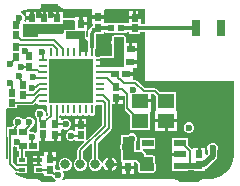
<source format=gtl>
%TF.GenerationSoftware,Altium Limited,Altium Designer,24.5.2 (23)*%
G04 Layer_Physical_Order=1*
G04 Layer_Color=255*
%FSLAX45Y45*%
%MOMM*%
%TF.SameCoordinates,384E1868-2758-46BA-9D19-E3ED856206BE*%
%TF.FilePolarity,Positive*%
%TF.FileFunction,Copper,L1,Top,Signal*%
%TF.Part,Single*%
G01*
G75*
%TA.AperFunction,Conductor*%
%ADD10C,0.35000*%
%TA.AperFunction,SMDPad,CuDef*%
%ADD11R,0.62000X0.70000*%
%ADD12R,0.50000X0.30000*%
%ADD13R,0.65000X0.55000*%
%ADD14R,0.74000X1.47000*%
%ADD15R,0.70000X0.62000*%
%ADD16R,0.62000X0.59000*%
%ADD17R,0.59000X0.62000*%
%ADD18R,0.55000X0.65000*%
%ADD19R,1.00000X0.60000*%
%ADD20R,1.40000X1.20000*%
%ADD21O,0.25000X0.80000*%
%ADD22O,0.80000X0.25000*%
%ADD23R,3.70000X3.70000*%
%TA.AperFunction,Conductor*%
%ADD24C,0.15000*%
%ADD25C,0.50000*%
%TA.AperFunction,ComponentPad*%
%ADD26C,0.80000*%
%TA.AperFunction,ViaPad*%
%ADD27C,0.60000*%
%ADD28C,0.50000*%
G36*
X979747Y1509974D02*
X986378Y1500050D01*
X1000444Y1485984D01*
X1010367Y1479353D01*
X1028746Y1471741D01*
X1040451Y1469412D01*
X1261442D01*
X1266281Y1458716D01*
Y1418717D01*
X1368281D01*
Y1458716D01*
X1373120Y1469412D01*
X1714500D01*
Y1344012D01*
X1688901D01*
X1676603Y1344984D01*
Y1384984D01*
X1574603D01*
Y1356588D01*
X1561903Y1350327D01*
X1556698Y1354324D01*
Y1356876D01*
X1467699D01*
Y1356876D01*
X1465698D01*
Y1356876D01*
X1377602D01*
X1376699Y1356876D01*
X1368281Y1366089D01*
Y1388717D01*
X1266281D01*
Y1348717D01*
X1271281D01*
Y1331211D01*
X1256242Y1319671D01*
X1242523Y1301794D01*
X1233899Y1280974D01*
X1230958Y1258632D01*
X1231060D01*
Y1245353D01*
X1218360Y1238564D01*
X1216960Y1239500D01*
Y1283177D01*
X1220590Y1292872D01*
X1220590D01*
Y1332872D01*
X1169590D01*
Y1347872D01*
X1154590D01*
Y1402872D01*
X1118590D01*
Y1395144D01*
X1115650Y1393179D01*
X1022200D01*
Y1447398D01*
X986200D01*
Y1392398D01*
X956200D01*
Y1447398D01*
X920201D01*
X920200Y1447398D01*
X912478Y1449722D01*
Y1449722D01*
X908462Y1449722D01*
X876478D01*
Y1394722D01*
X846478D01*
Y1449722D01*
X810478D01*
Y1449722D01*
X809115Y1448741D01*
X773116D01*
Y1393741D01*
X758116D01*
Y1378741D01*
X707116D01*
Y1364940D01*
X694416Y1363643D01*
X693089Y1364862D01*
X687610Y1375761D01*
X692700Y1388049D01*
Y1405951D01*
X685849Y1422490D01*
X673190Y1435149D01*
X665006Y1438539D01*
Y1452286D01*
X686000Y1460981D01*
X728390Y1469413D01*
X799597D01*
X811302Y1471742D01*
X821225Y1478372D01*
X827856Y1488296D01*
X830184Y1500001D01*
Y1511033D01*
X979308D01*
X979747Y1509974D01*
D02*
G37*
G36*
X1118633Y1373960D02*
Y1310487D01*
X1117398Y1298299D01*
X1025398D01*
Y1278990D01*
X1006322Y1259914D01*
X802623D01*
Y1231160D01*
X682681D01*
Y1346825D01*
X712116D01*
Y1343741D01*
X803184D01*
X804115Y1343741D01*
Y1343741D01*
X815479Y1344721D01*
Y1344722D01*
X907478D01*
Y1346825D01*
X925200D01*
Y1342398D01*
X1017200D01*
Y1376943D01*
X1115650D01*
X1118633Y1373960D01*
D02*
G37*
G36*
X1200724Y1222375D02*
X1226137Y1196962D01*
Y1104900D01*
X1151602D01*
X1152456Y1160886D01*
Y1219200D01*
X1041400D01*
Y1278425D01*
X1041634Y1278990D01*
Y1282063D01*
X1117398D01*
X1120089Y1283178D01*
X1200724D01*
Y1222375D01*
D02*
G37*
G36*
X1376699Y1264876D02*
X1465698D01*
Y1264875D01*
X1467699D01*
Y1264876D01*
X1556698D01*
Y1277739D01*
X1579603D01*
Y1257984D01*
X1671603D01*
Y1277739D01*
X1714500D01*
Y863600D01*
X2469413D01*
X2469414Y250000D01*
X2469413Y228390D01*
X2460981Y186000D01*
X2444441Y146068D01*
X2420429Y110132D01*
X2389867Y79570D01*
X2353931Y55558D01*
X2314000Y39018D01*
X2271610Y30587D01*
X2250000D01*
X2200404Y30587D01*
X2188698Y28259D01*
X2178775Y21629D01*
X2172144Y11705D01*
X2172011Y11033D01*
X2002540D01*
X1999556Y14016D01*
X1989633Y20647D01*
X1971254Y28260D01*
X1959549Y30588D01*
X1040452D01*
X1028746Y28260D01*
X1021088Y25088D01*
X1013894Y35854D01*
X1016049Y38010D01*
X1022900Y54549D01*
Y72451D01*
X1016049Y88990D01*
X1012455Y92585D01*
X1019649Y103351D01*
X1025794Y100806D01*
X1047674D01*
X1067889Y109179D01*
X1083361Y124651D01*
X1091734Y144866D01*
Y166746D01*
X1083361Y186961D01*
X1067889Y202432D01*
X1047674Y210806D01*
X1025794D01*
X1005579Y202432D01*
X990108Y186961D01*
X981734Y166746D01*
Y144866D01*
X990108Y124651D01*
X996515Y118243D01*
X989321Y107477D01*
X986851Y108500D01*
X968949D01*
X963910Y106413D01*
X953350Y113468D01*
Y149091D01*
X958350D01*
Y189092D01*
X907350D01*
Y204092D01*
X892350D01*
Y259091D01*
X856350D01*
Y239343D01*
X856041Y226771D01*
X843650Y226771D01*
X826041D01*
Y191771D01*
Y156771D01*
X834892D01*
X846694Y144759D01*
X846684Y143903D01*
X845132Y141824D01*
X771041D01*
Y81824D01*
X851041D01*
X861350Y76052D01*
Y62091D01*
X920907D01*
X927110Y55889D01*
X934349Y51052D01*
X939751Y38010D01*
X952410Y25351D01*
X956315Y23733D01*
X953789Y11033D01*
X828793D01*
X828660Y11704D01*
X822029Y21628D01*
X812106Y28258D01*
X800400Y30586D01*
X750000D01*
X728389Y30587D01*
X686000Y39018D01*
X646068Y55559D01*
X613073Y77605D01*
X617106Y89066D01*
X617737Y89926D01*
X622937Y88892D01*
X631044D01*
Y81832D01*
X711044D01*
Y141832D01*
X631045D01*
X631045Y141832D01*
Y141833D01*
X620359Y146853D01*
X594441Y172771D01*
Y303701D01*
X607141Y309723D01*
X620047Y304377D01*
X631624D01*
Y268585D01*
X648104D01*
Y221779D01*
X631044D01*
Y161779D01*
X711044D01*
Y221779D01*
X693985D01*
Y268585D01*
X811624D01*
Y353585D01*
X823567Y355412D01*
X833207D01*
Y410411D01*
X863207D01*
Y355412D01*
X899206D01*
Y355411D01*
X902957Y354352D01*
X902957Y354353D01*
X911469Y354353D01*
X938957D01*
Y409353D01*
X953957D01*
Y424353D01*
X1004956D01*
Y450948D01*
X1009693Y454221D01*
X1017656Y457426D01*
X1032116Y451437D01*
X1050018D01*
X1066557Y458288D01*
X1079216Y470946D01*
X1086067Y487486D01*
Y505388D01*
X1079216Y521927D01*
X1066557Y534586D01*
X1050018Y541437D01*
X1032116D01*
X1015577Y534586D01*
X1012656Y531666D01*
X999956Y536926D01*
Y551353D01*
X987137D01*
Y565666D01*
X999837Y572308D01*
X1003466Y569883D01*
X1014196Y567748D01*
X1024926Y569883D01*
X1034022Y575961D01*
X1044370D01*
X1053466Y569883D01*
X1064196Y567748D01*
X1074926Y569883D01*
X1084022Y575961D01*
X1094370D01*
X1103466Y569883D01*
X1114196Y567748D01*
X1124926Y569883D01*
X1134022Y575961D01*
X1144370D01*
X1153466Y569883D01*
X1164196Y567748D01*
X1174926Y569883D01*
X1184022Y575961D01*
X1194370D01*
X1203466Y569883D01*
X1214196Y567748D01*
X1224926Y569883D01*
X1230617Y573685D01*
X1239196Y575105D01*
X1247776Y573685D01*
X1253466Y569883D01*
X1264196Y567748D01*
X1274926Y569883D01*
X1284023Y575961D01*
X1290101Y585057D01*
X1292235Y595787D01*
Y650787D01*
X1291947Y652236D01*
X1302747Y663037D01*
X1304196Y662748D01*
X1348659D01*
Y492742D01*
X1222633Y366716D01*
X1210900Y371576D01*
Y434500D01*
X1215900D01*
Y472000D01*
X1168399D01*
X1120900D01*
Y447460D01*
X1119698Y446046D01*
X1108200Y440021D01*
X1096376Y444919D01*
X1078474D01*
X1061934Y438068D01*
X1049276Y425409D01*
X1042425Y408870D01*
Y390968D01*
X1049276Y374429D01*
X1061934Y361770D01*
X1078474Y354919D01*
X1096376D01*
X1112915Y361770D01*
X1113200Y362055D01*
X1125900Y356795D01*
Y354500D01*
X1193824D01*
X1198684Y342767D01*
X1147513Y291596D01*
X1142540Y284153D01*
X1140794Y275374D01*
Y205835D01*
X1132579Y202432D01*
X1117108Y186961D01*
X1108734Y166746D01*
Y144866D01*
X1117108Y124651D01*
X1132579Y109179D01*
X1152794Y100806D01*
X1174674D01*
X1194889Y109179D01*
X1210361Y124651D01*
X1218734Y144866D01*
Y166746D01*
X1210361Y186961D01*
X1194889Y202432D01*
X1186675Y205835D01*
Y265872D01*
X1256060Y335257D01*
X1267794Y330397D01*
Y205835D01*
X1259579Y202432D01*
X1244108Y186961D01*
X1235734Y166746D01*
Y144866D01*
X1244108Y124651D01*
X1259579Y109179D01*
X1279794Y100806D01*
X1301674D01*
X1321889Y109179D01*
X1337361Y124651D01*
X1345734Y144865D01*
X1357734Y143871D01*
X1366869Y121818D01*
X1383747Y104940D01*
X1402734Y97075D01*
Y155806D01*
Y214536D01*
X1383747Y206671D01*
X1366869Y189793D01*
X1357734Y167741D01*
X1345734Y166746D01*
X1337361Y186961D01*
X1321889Y202432D01*
X1313675Y205835D01*
Y341356D01*
X1422821Y450503D01*
X1427794Y457945D01*
X1429540Y466724D01*
Y664753D01*
X1456201D01*
Y719753D01*
X1471201D01*
Y734753D01*
X1527651D01*
X1534901Y738382D01*
X1539159Y735193D01*
Y629710D01*
X1540906Y620931D01*
X1545879Y613489D01*
X1586348Y573019D01*
Y449222D01*
X1756348D01*
Y599221D01*
X1763831Y608822D01*
X1766748D01*
Y681522D01*
X1671348D01*
Y706922D01*
X1766748D01*
Y753781D01*
X1789345D01*
X1806348Y736779D01*
Y622322D01*
X1806348Y619222D01*
X1798864Y609622D01*
X1795948D01*
Y536922D01*
X1986748D01*
Y609622D01*
X1983831D01*
X1976348Y619222D01*
X1976348Y622322D01*
Y769221D01*
X1838791D01*
X1815069Y792943D01*
X1807627Y797916D01*
X1798848Y799662D01*
X1710952D01*
X1646906Y863709D01*
X1639464Y868682D01*
X1630685Y870428D01*
X1618937D01*
X1607124Y872570D01*
Y908570D01*
X1552125D01*
Y938570D01*
X1607124D01*
Y974569D01*
X1619799Y974632D01*
X1644355D01*
Y1010632D01*
X1589355D01*
Y1040632D01*
X1644355D01*
Y1076631D01*
X1644356D01*
X1645226Y1079034D01*
X1645225Y1079034D01*
X1645225Y1088971D01*
Y1115034D01*
X1590225D01*
Y1130034D01*
X1575225D01*
Y1181034D01*
X1551424D01*
X1551045Y1232021D01*
X1548649Y1237684D01*
X1546290Y1243381D01*
X1546229Y1243406D01*
X1546204Y1243466D01*
X1540507Y1245776D01*
X1534809Y1248136D01*
X1448563D01*
X1442882Y1245783D01*
X1437152Y1243450D01*
X1437131Y1243401D01*
X1437082Y1243381D01*
X1434727Y1237695D01*
X1432327Y1231998D01*
X1432209Y1212429D01*
X1428200Y1202751D01*
Y1184849D01*
X1431987Y1175707D01*
X1431349Y1070115D01*
X1331148D01*
X1328034Y1068826D01*
X1304196D01*
X1302747Y1068537D01*
X1291947Y1079338D01*
X1292235Y1080787D01*
Y1131358D01*
X1294810Y1135212D01*
X1297333Y1147893D01*
Y1258632D01*
X1297588D01*
X1298201Y1261717D01*
X1363281D01*
Y1278580D01*
X1376699D01*
Y1264876D01*
D02*
G37*
G36*
X1536633Y986925D02*
X1527675Y977922D01*
X1331148Y978409D01*
Y1053880D01*
X1447487D01*
X1448563Y1231900D01*
X1534809D01*
X1536633Y986925D01*
D02*
G37*
G36*
X799370Y670961D02*
X808466Y664883D01*
X819196Y662748D01*
X874196D01*
X875645Y663037D01*
X886446Y652236D01*
X886158Y650787D01*
Y595787D01*
X888292Y585057D01*
X891256Y580622D01*
Y577903D01*
X881167Y567814D01*
X870400Y575008D01*
X870500Y575249D01*
Y593151D01*
X863649Y609690D01*
X850990Y622349D01*
X834451Y629200D01*
X816549D01*
X800010Y622349D01*
X787351Y609690D01*
X780500Y593151D01*
Y575249D01*
X787351Y558710D01*
X800010Y546051D01*
X802207Y545141D01*
Y465411D01*
X797207D01*
Y430692D01*
X784507Y425431D01*
X784169Y425769D01*
X767630Y432620D01*
X749728D01*
X747236Y431588D01*
X734704Y439362D01*
X733949Y448206D01*
X748596Y462853D01*
X753568Y470296D01*
X754405Y474502D01*
X757865Y475935D01*
X770523Y488594D01*
X777374Y505133D01*
Y523035D01*
X770523Y539575D01*
X757865Y552233D01*
X741325Y559084D01*
X723423D01*
X706884Y552233D01*
X694225Y539575D01*
X693197Y537093D01*
X679451D01*
X679259Y537555D01*
X666601Y550214D01*
X650061Y557065D01*
X632160D01*
X615620Y550214D01*
X602961Y537555D01*
X596111Y521016D01*
Y503114D01*
X600733Y491954D01*
X593612Y484833D01*
X588639Y477390D01*
X587149Y469898D01*
X548198D01*
Y384898D01*
X548559D01*
Y203132D01*
X535859Y201881D01*
X533400Y214246D01*
Y623886D01*
X542935Y631527D01*
X627934D01*
Y656087D01*
X757436D01*
X766215Y657833D01*
X773658Y662806D01*
X783181Y672329D01*
X799370Y670961D01*
D02*
G37*
%LPC*%
G36*
X1676603Y1454984D02*
X1640603D01*
Y1414984D01*
X1676603D01*
Y1454984D01*
D02*
G37*
G36*
X1610603D02*
X1574603D01*
Y1414984D01*
X1610603D01*
Y1454984D01*
D02*
G37*
G36*
X743116Y1448741D02*
X707116D01*
Y1408741D01*
X743116D01*
Y1448741D01*
D02*
G37*
G36*
X1220590Y1402872D02*
X1184590D01*
Y1362872D01*
X1220590D01*
Y1402872D01*
D02*
G37*
G36*
X1645225Y1181034D02*
X1605225D01*
Y1145034D01*
X1645225D01*
Y1181034D01*
D02*
G37*
G36*
X1522201Y704753D02*
X1486201D01*
Y664753D01*
X1522201D01*
Y704753D01*
D02*
G37*
G36*
X1215900Y539500D02*
X1183399D01*
Y502000D01*
X1215900D01*
Y539500D01*
D02*
G37*
G36*
X1153400D02*
X1120900D01*
Y502000D01*
X1153400D01*
Y539500D01*
D02*
G37*
G36*
X1986748Y511522D02*
X1904048D01*
Y438822D01*
X1986748D01*
Y511522D01*
D02*
G37*
G36*
X1878648D02*
X1795948D01*
Y438822D01*
X1878648D01*
Y511522D01*
D02*
G37*
G36*
X2093791Y512893D02*
X2075889D01*
X2059350Y506042D01*
X2046691Y493383D01*
X2039840Y476844D01*
Y458942D01*
X2046691Y442402D01*
X2059350Y429744D01*
X2075889Y422893D01*
X2093791D01*
X2110331Y429744D01*
X2122989Y442402D01*
X2129840Y458942D01*
Y476844D01*
X2122989Y493383D01*
X2110331Y506042D01*
X2093791Y512893D01*
D02*
G37*
G36*
X1004956Y394353D02*
X968957D01*
Y354353D01*
X1004956D01*
Y394353D01*
D02*
G37*
G36*
X958350Y259091D02*
X922350D01*
Y219092D01*
X958350D01*
Y259091D01*
D02*
G37*
G36*
X796041Y226771D02*
X766041D01*
Y206771D01*
X796041D01*
Y226771D01*
D02*
G37*
G36*
X1432734Y214536D02*
Y170806D01*
X1476464D01*
X1468600Y189793D01*
X1451722Y206671D01*
X1432734Y214536D01*
D02*
G37*
G36*
X796041Y176771D02*
X766041D01*
Y156771D01*
X796041D01*
Y176771D01*
D02*
G37*
G36*
X2073880Y380606D02*
X1943880D01*
Y290606D01*
X1938880D01*
Y255606D01*
X2008880D01*
Y225606D01*
X1938880D01*
Y190606D01*
X1943880Y190606D01*
Y100606D01*
X2073880D01*
Y105974D01*
X2127108D01*
Y98917D01*
X2219108D01*
Y119214D01*
X2229284Y121238D01*
X2242515Y130078D01*
X2313681Y201245D01*
X2313682Y201246D01*
X2322523Y214477D01*
X2325628Y230084D01*
X2325627Y230085D01*
Y268516D01*
X2331757Y283314D01*
Y301216D01*
X2324906Y317755D01*
X2312247Y330414D01*
X2295708Y337265D01*
X2277806D01*
X2261266Y330414D01*
X2248608Y317755D01*
X2241757Y301216D01*
Y283314D01*
X2244060Y277753D01*
Y247133D01*
X2235264Y239891D01*
X2224108Y244666D01*
Y295917D01*
X2188108D01*
Y240917D01*
X2158108D01*
Y295917D01*
X2122108D01*
Y293381D01*
X2117400Y290331D01*
X2109408Y288515D01*
X2073880Y324043D01*
Y380606D01*
D02*
G37*
G36*
X1476464Y140806D02*
X1432734D01*
Y97075D01*
X1451722Y104940D01*
X1468600Y121818D01*
X1476464Y140806D01*
D02*
G37*
G36*
X1607816Y419580D02*
X1589914D01*
X1573375Y412729D01*
X1568220Y407574D01*
X1524120D01*
X1512640Y402819D01*
X1507884Y391339D01*
Y332640D01*
X1505669Y330426D01*
X1498818Y313886D01*
Y295984D01*
X1505669Y279445D01*
X1507884Y277230D01*
Y194035D01*
X1512640Y182555D01*
X1518218Y180244D01*
Y146935D01*
X1569218D01*
X1620218D01*
Y177799D01*
X1633893D01*
X1652644Y159048D01*
Y101576D01*
X1657399Y90096D01*
X1668880Y85340D01*
X1776578D01*
X1776616Y85356D01*
X1776655Y85341D01*
X1782332Y87724D01*
X1788058Y90096D01*
X1788074Y90134D01*
X1788113Y90150D01*
X1797051Y99173D01*
X1797066Y99212D01*
X1797105Y99228D01*
X1797664Y100606D01*
X1798880D01*
X1801752Y110676D01*
X1801739Y110707D01*
X1801752Y110753D01*
X1801738Y112122D01*
X1800751Y216189D01*
X1798346Y221843D01*
X1795997Y227516D01*
X1795920Y227547D01*
X1795887Y227624D01*
X1790195Y229919D01*
X1784516Y232271D01*
X1723240D01*
Y240703D01*
X1721078Y245921D01*
X1719315Y251288D01*
X1699996Y273758D01*
X1699414Y274052D01*
X1699165Y274654D01*
X1693947Y276815D01*
X1691788Y277906D01*
X1694815Y290606D01*
X1798880D01*
Y380606D01*
X1668880D01*
Y292109D01*
X1668880Y290606D01*
X1665251Y279409D01*
X1639916D01*
Y356096D01*
X1643865Y365629D01*
Y383531D01*
X1637014Y400070D01*
X1635794Y401290D01*
X1635161Y402819D01*
X1633632Y403452D01*
X1624355Y412729D01*
X1607816Y419580D01*
D02*
G37*
G36*
X1620218Y116935D02*
X1584218D01*
Y76935D01*
X1620218D01*
Y116935D01*
D02*
G37*
G36*
X1554218D02*
X1518218D01*
Y76935D01*
X1554218D01*
Y116935D01*
D02*
G37*
%LPD*%
G36*
X1623680Y263173D02*
X1687685D01*
X1707004Y240703D01*
Y216035D01*
X1784516D01*
X1785516Y110599D01*
X1776578Y101576D01*
X1668880D01*
Y165773D01*
X1640618Y194035D01*
X1524120D01*
Y391339D01*
X1623680D01*
Y263173D01*
D02*
G37*
D10*
X1317281Y1311717D02*
G03*
X1264196Y1258632I0J-53084D01*
G01*
X1317281Y1311717D02*
X1420357D01*
X1264196Y1147893D02*
Y1258632D01*
X1512198Y1310876D02*
X2140259D01*
X1626554Y1310932D02*
X1648499D01*
D11*
X907350Y204091D02*
D03*
Y112091D02*
D03*
X734573Y1074119D02*
D03*
Y982118D02*
D03*
X953956Y501353D02*
D03*
Y409353D02*
D03*
X848207Y410411D02*
D03*
Y502411D02*
D03*
X1471201Y811753D02*
D03*
Y719753D02*
D03*
X758116Y1301741D02*
D03*
Y1393741D02*
D03*
X1169590Y1255872D02*
D03*
Y1347872D02*
D03*
X861478Y1394722D02*
D03*
Y1302722D02*
D03*
X971200Y1392398D02*
D03*
Y1300398D02*
D03*
X1317281Y1311717D02*
D03*
Y1403717D02*
D03*
X1625603Y1307984D02*
D03*
Y1399984D02*
D03*
X2173108Y148917D02*
D03*
Y240917D02*
D03*
X1569218Y131935D02*
D03*
Y223935D02*
D03*
D12*
X811041Y111824D02*
D03*
Y191771D02*
D03*
X671044Y111832D02*
D03*
Y191779D02*
D03*
D13*
X595698Y427398D02*
D03*
X680698D02*
D03*
X679124Y311085D02*
D03*
X764124D02*
D03*
D14*
X2357259Y1310876D02*
D03*
X2140259D02*
D03*
D15*
X1460124Y923569D02*
D03*
X1552124D02*
D03*
X1497355Y1025632D02*
D03*
X1589355D02*
D03*
X1498225Y1130034D02*
D03*
X1590225D02*
D03*
D16*
X1071398Y1253799D02*
D03*
Y1344799D02*
D03*
D17*
X1421198Y1310876D02*
D03*
X1512198D02*
D03*
D18*
X623159Y1249970D02*
D03*
Y1334970D02*
D03*
X680143Y831106D02*
D03*
Y746106D02*
D03*
X585435Y764027D02*
D03*
Y679027D02*
D03*
X622300Y1147400D02*
D03*
Y1062400D02*
D03*
X1168400Y487000D02*
D03*
Y402000D02*
D03*
D19*
X1733880Y145606D02*
D03*
Y335606D02*
D03*
X2008880D02*
D03*
Y240606D02*
D03*
Y145606D02*
D03*
D20*
X1891348Y524222D02*
D03*
Y694222D02*
D03*
X1671348Y524222D02*
D03*
Y694222D02*
D03*
D21*
X1264196Y1108287D02*
D03*
X1214196D02*
D03*
X1164196D02*
D03*
X1114196D02*
D03*
X1064196D02*
D03*
X1014196D02*
D03*
X964196D02*
D03*
X914196D02*
D03*
Y623287D02*
D03*
X964196D02*
D03*
X1014196D02*
D03*
X1064196D02*
D03*
X1114196D02*
D03*
X1164196D02*
D03*
X1214196D02*
D03*
X1264196D02*
D03*
D22*
X846696Y1040787D02*
D03*
Y990787D02*
D03*
Y940787D02*
D03*
Y890787D02*
D03*
Y840787D02*
D03*
Y790787D02*
D03*
Y740787D02*
D03*
Y690787D02*
D03*
X1331696D02*
D03*
Y740787D02*
D03*
Y790787D02*
D03*
Y840787D02*
D03*
Y890787D02*
D03*
Y940787D02*
D03*
Y990787D02*
D03*
Y1040787D02*
D03*
D23*
X1089196Y865787D02*
D03*
D24*
X643159Y1354970D02*
Y1392459D01*
X647700Y1397000D01*
X623159Y1334970D02*
X643159Y1354970D01*
X734573Y1074119D02*
Y1078119D01*
X694800Y1117892D02*
X734573Y1078119D01*
X694800Y1117892D02*
Y1118287D01*
X623159Y1244970D02*
X643159Y1224970D01*
X644638D02*
X661388Y1208220D01*
X623159Y1244970D02*
Y1249970D01*
X643159Y1224970D02*
X644638D01*
X661388Y1208220D02*
X941764D01*
X732374Y479075D02*
Y514084D01*
X680698Y427398D02*
X732374Y479075D01*
X758679Y316530D02*
Y387620D01*
Y316530D02*
X764124Y311085D01*
X609834Y468611D02*
X641110Y499888D01*
X609834Y441534D02*
Y468611D01*
X595698Y427398D02*
X609834Y441534D01*
X641110Y499888D02*
Y512065D01*
X635832Y349376D02*
X674124Y311085D01*
X679124D01*
X628998Y349376D02*
X635832D01*
X671044Y191779D02*
Y303005D01*
X679124Y311085D01*
X571500Y163269D02*
Y407398D01*
Y163269D02*
X622937Y111832D01*
X671044D01*
X571500Y407398D02*
X591500Y427398D01*
X595698D01*
X660143Y851106D02*
X680143Y831106D01*
X643047Y889590D02*
X660143Y872493D01*
Y851106D02*
Y872493D01*
X643047Y889590D02*
Y901767D01*
X734559Y982133D02*
X734573Y982118D01*
X660838Y982133D02*
X734559D01*
X565382Y844278D02*
X585435Y824225D01*
Y764027D02*
Y824225D01*
X757436Y679027D02*
X819196Y740787D01*
X846696D01*
X585435Y679027D02*
X757436D01*
X775017Y746106D02*
X819698Y790787D01*
X680143Y746106D02*
X775017D01*
X819698Y790787D02*
X846696D01*
X943331Y72110D02*
X969290D01*
X907350Y108091D02*
Y112091D01*
Y108091D02*
X943331Y72110D01*
X969290D02*
X977900Y63500D01*
X907083Y111824D02*
X907350Y112091D01*
X811041Y111824D02*
X907083D01*
X1163734Y275374D02*
X1371600Y483240D01*
X1163734Y155806D02*
Y275374D01*
X1290734Y350859D02*
X1406600Y466724D01*
X1290734Y155806D02*
Y350859D01*
X571500Y1006600D02*
X622300Y1057400D01*
X571500Y1003300D02*
Y1006600D01*
X622300Y1057400D02*
Y1062400D01*
Y1150787D02*
X642300Y1170787D01*
X622300Y1147400D02*
Y1150787D01*
X642300Y1170787D02*
X929699D01*
X964196Y1108287D02*
Y1136289D01*
X929699Y1170787D02*
X964196Y1136289D01*
X1511521Y869254D02*
X1533287Y847487D01*
X1701450Y776722D02*
X1798848D01*
X1533287Y847487D02*
X1630685D01*
X1701450Y776722D01*
X1798848D02*
X1832564Y743006D01*
X845695Y891789D02*
X846696Y890787D01*
X762168Y891789D02*
X845695D01*
X761166Y892790D02*
X762168Y891789D01*
X1406600Y466724D02*
Y693384D01*
X1371600Y483240D02*
Y673100D01*
X2028904Y336576D02*
X2095227Y270253D01*
Y146757D02*
Y270253D01*
X2008904Y336576D02*
X2028904D01*
X1087425Y399919D02*
X1166319D01*
X1168400Y402000D01*
X766993Y812328D02*
X790737D01*
X819196Y840787D02*
X846696D01*
X790737Y812328D02*
X819196Y840787D01*
X758383Y803717D02*
X766993Y812328D01*
X1562100Y629710D02*
Y750839D01*
X1515914Y797025D02*
X1562100Y750839D01*
Y629710D02*
X1608848Y582963D01*
Y576722D02*
X1661348Y524222D01*
X1671348D01*
X1608848Y576722D02*
Y582963D01*
X1832564Y743006D02*
X1881247D01*
X825500Y525119D02*
Y584200D01*
Y525119D02*
X848207Y502411D01*
X914196Y568401D02*
Y623287D01*
X1508620Y869254D02*
X1511521D01*
X958872Y496437D02*
X1041067D01*
X953956Y501353D02*
X958872Y496437D01*
X941764Y1208220D02*
X1014196Y1135787D01*
Y1108287D02*
Y1135787D01*
X838200Y1104900D02*
X846696Y1096404D01*
Y1040787D02*
Y1096404D01*
X734573Y978118D02*
X758073Y954618D01*
X802659D02*
X816490Y940787D01*
X846696D01*
X758073Y954618D02*
X802659D01*
X875707Y529912D02*
X914196Y568401D01*
X871707Y529912D02*
X875707D01*
X848207Y502411D02*
Y506412D01*
X871707Y529912D01*
X964196Y511593D02*
Y623287D01*
X953956Y501353D02*
X964196Y511593D01*
X1331696Y690787D02*
X1356490D01*
X1364196Y680504D02*
Y683081D01*
Y680504D02*
X1371600Y673100D01*
X1356490Y690787D02*
X1364196Y683081D01*
X1359196Y740787D02*
X1406600Y693384D01*
X1331696Y740787D02*
X1359196D01*
X1471201Y811753D02*
X1485929Y797025D01*
X1515914D01*
X1471201Y811753D02*
Y815754D01*
X1393816Y890787D02*
X1445349Y839253D01*
X1447701D02*
X1471201Y815754D01*
X1331696Y890787D02*
X1393816D01*
X1445349Y839253D02*
X1447701D01*
X1331696Y940787D02*
X1442907D01*
X1460124Y923569D01*
X1464125D01*
X1487624Y900070D01*
Y890249D02*
Y900070D01*
Y890249D02*
X1508620Y869254D01*
D25*
X2174917Y154726D02*
X2179108Y158917D01*
X2213677D02*
X2284844Y230084D01*
Y290351D02*
X2286757Y292265D01*
X2174917Y150726D02*
Y154726D01*
X2179108Y158917D02*
X2213677D01*
X2284844Y230084D02*
Y290351D01*
X2170948Y146757D02*
X2174917Y150726D01*
X2095227Y146757D02*
X2170948D01*
X2048658D02*
X2095227D01*
D26*
X1417734Y155806D02*
D03*
X1290734D02*
D03*
X1163734D02*
D03*
X1036734D02*
D03*
D27*
X647700Y1397000D02*
D03*
X694800Y1118287D02*
D03*
X732374Y514084D02*
D03*
X758679Y387620D02*
D03*
X641110Y512065D02*
D03*
X628998Y349376D02*
D03*
X643047Y901767D02*
D03*
X660838Y982133D02*
D03*
X565382Y844278D02*
D03*
X977900Y63500D02*
D03*
X2286757Y292265D02*
D03*
X2084840Y467893D02*
D03*
X571500Y1003300D02*
D03*
X1598865Y374580D02*
D03*
X1904851Y244445D02*
D03*
X1492261Y76171D02*
D03*
X1257300Y495300D02*
D03*
X974884Y297422D02*
D03*
X867948Y303561D02*
D03*
X1612900Y787400D02*
D03*
X1735000Y830735D02*
D03*
X1895515Y406080D02*
D03*
X1473200Y622300D02*
D03*
X2026512Y566623D02*
D03*
X761166Y892790D02*
D03*
X1543818Y304935D02*
D03*
X1087425Y399919D02*
D03*
X758383Y803717D02*
D03*
X915433Y1423025D02*
D03*
X813833D02*
D03*
X1067833Y1435725D02*
D03*
X1169433D02*
D03*
X1417281Y1403761D02*
D03*
X1835000Y830779D02*
D03*
X1678221Y935056D02*
D03*
X1678177Y1035056D02*
D03*
X1678133Y1135056D02*
D03*
X1676401Y1224291D02*
D03*
X1678000Y1435056D02*
D03*
X1935000Y830823D02*
D03*
X2035000Y830868D02*
D03*
X2135000Y830912D02*
D03*
X2235000Y830956D02*
D03*
X2335000Y831000D02*
D03*
X2435000Y831044D02*
D03*
X825500Y584200D02*
D03*
X712480Y1261344D02*
D03*
X1041067Y496437D02*
D03*
X1473200Y1193800D02*
D03*
X838200Y1104900D02*
D03*
D28*
X1199196Y975787D02*
D03*
Y865787D02*
D03*
Y755787D02*
D03*
X1089196Y975787D02*
D03*
Y865787D02*
D03*
Y755787D02*
D03*
X979196Y975787D02*
D03*
Y865787D02*
D03*
Y755787D02*
D03*
%TF.MD5,327186d4c57819e4d26cc751851a0188*%
M02*

</source>
